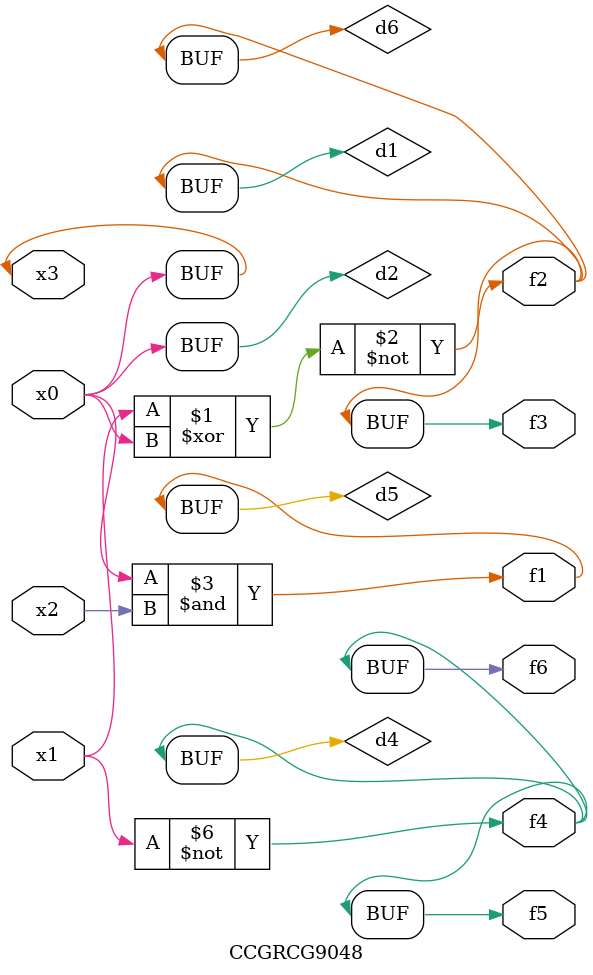
<source format=v>
module CCGRCG9048(
	input x0, x1, x2, x3,
	output f1, f2, f3, f4, f5, f6
);

	wire d1, d2, d3, d4, d5, d6;

	xnor (d1, x1, x3);
	buf (d2, x0, x3);
	nand (d3, x0, x2);
	not (d4, x1);
	nand (d5, d3);
	or (d6, d1);
	assign f1 = d5;
	assign f2 = d6;
	assign f3 = d6;
	assign f4 = d4;
	assign f5 = d4;
	assign f6 = d4;
endmodule

</source>
